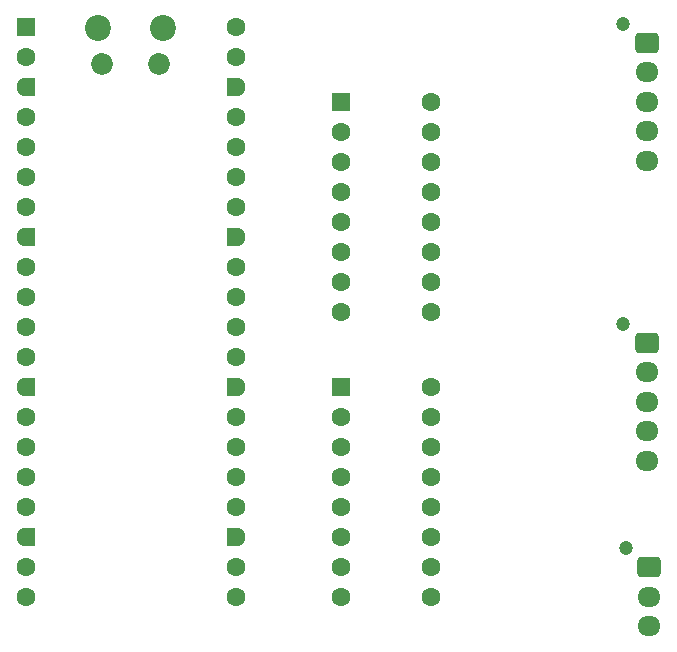
<source format=gbr>
%TF.GenerationSoftware,KiCad,Pcbnew,8.0.1*%
%TF.CreationDate,2024-07-19T13:11:38-07:00*%
%TF.ProjectId,MoonPhase,4d6f6f6e-5068-4617-9365-2e6b69636164,rev?*%
%TF.SameCoordinates,Original*%
%TF.FileFunction,Soldermask,Bot*%
%TF.FilePolarity,Negative*%
%FSLAX46Y46*%
G04 Gerber Fmt 4.6, Leading zero omitted, Abs format (unit mm)*
G04 Created by KiCad (PCBNEW 8.0.1) date 2024-07-19 13:11:38*
%MOMM*%
%LPD*%
G01*
G04 APERTURE LIST*
G04 Aperture macros list*
%AMRoundRect*
0 Rectangle with rounded corners*
0 $1 Rounding radius*
0 $2 $3 $4 $5 $6 $7 $8 $9 X,Y pos of 4 corners*
0 Add a 4 corners polygon primitive as box body*
4,1,4,$2,$3,$4,$5,$6,$7,$8,$9,$2,$3,0*
0 Add four circle primitives for the rounded corners*
1,1,$1+$1,$2,$3*
1,1,$1+$1,$4,$5*
1,1,$1+$1,$6,$7*
1,1,$1+$1,$8,$9*
0 Add four rect primitives between the rounded corners*
20,1,$1+$1,$2,$3,$4,$5,0*
20,1,$1+$1,$4,$5,$6,$7,0*
20,1,$1+$1,$6,$7,$8,$9,0*
20,1,$1+$1,$8,$9,$2,$3,0*%
%AMFreePoly0*
4,1,28,0.605014,0.794986,0.644504,0.794986,0.724698,0.756366,0.780194,0.686777,0.800000,0.600000,0.800000,-0.600000,0.780194,-0.686777,0.724698,-0.756366,0.644504,-0.794986,0.605014,-0.794986,0.600000,-0.800000,0.000000,-0.800000,-0.178017,-0.779942,-0.347107,-0.720775,-0.498792,-0.625465,-0.625465,-0.498792,-0.720775,-0.347107,-0.779942,-0.178017,-0.800000,0.000000,-0.779942,0.178017,
-0.720775,0.347107,-0.625465,0.498792,-0.498792,0.625465,-0.347107,0.720775,-0.178017,0.779942,0.000000,0.800000,0.600000,0.800000,0.605014,0.794986,0.605014,0.794986,$1*%
%AMFreePoly1*
4,1,28,0.178017,0.779942,0.347107,0.720775,0.498792,0.625465,0.625465,0.498792,0.720775,0.347107,0.779942,0.178017,0.800000,0.000000,0.779942,-0.178017,0.720775,-0.347107,0.625465,-0.498792,0.498792,-0.625465,0.347107,-0.720775,0.178017,-0.779942,0.000000,-0.800000,-0.600000,-0.800000,-0.605014,-0.794986,-0.644504,-0.794986,-0.724698,-0.756366,-0.780194,-0.686777,-0.800000,-0.600000,
-0.800000,0.600000,-0.780194,0.686777,-0.724698,0.756366,-0.644504,0.794986,-0.605014,0.794986,-0.600000,0.800000,0.000000,0.800000,0.178017,0.779942,0.178017,0.779942,$1*%
G04 Aperture macros list end*
%ADD10C,2.200000*%
%ADD11C,1.850000*%
%ADD12RoundRect,0.200000X-0.600000X-0.600000X0.600000X-0.600000X0.600000X0.600000X-0.600000X0.600000X0*%
%ADD13C,1.600000*%
%ADD14FreePoly0,0.000000*%
%ADD15FreePoly1,0.000000*%
%ADD16C,1.200000*%
%ADD17RoundRect,0.250000X-0.725000X0.600000X-0.725000X-0.600000X0.725000X-0.600000X0.725000X0.600000X0*%
%ADD18O,1.950000X1.700000*%
%ADD19R,1.600000X1.600000*%
G04 APERTURE END LIST*
D10*
%TO.C,U3*%
X130625000Y-63630000D03*
D11*
X130925000Y-66660000D03*
X135775000Y-66660000D03*
D10*
X136075000Y-63630000D03*
D12*
X124460000Y-63500000D03*
D13*
X124460000Y-66040000D03*
D14*
X124460000Y-68580000D03*
D13*
X124460000Y-71120000D03*
X124460000Y-73660000D03*
X124460000Y-76200000D03*
X124460000Y-78740000D03*
D14*
X124460000Y-81280000D03*
D13*
X124460000Y-83820000D03*
X124460000Y-86360000D03*
X124460000Y-88900000D03*
X124460000Y-91440000D03*
D14*
X124460000Y-93980000D03*
D13*
X124460000Y-96520000D03*
X124460000Y-99060000D03*
X124460000Y-101600000D03*
X124460000Y-104140000D03*
D14*
X124460000Y-106680000D03*
D13*
X124460000Y-109220000D03*
X124460000Y-111760000D03*
X142240000Y-111760000D03*
X142240000Y-109220000D03*
D15*
X142240000Y-106680000D03*
D13*
X142240000Y-104140000D03*
X142240000Y-101600000D03*
X142240000Y-99060000D03*
X142240000Y-96520000D03*
D15*
X142240000Y-93980000D03*
D13*
X142240000Y-91440000D03*
X142240000Y-88900000D03*
X142240000Y-86360000D03*
X142240000Y-83820000D03*
D15*
X142240000Y-81280000D03*
D13*
X142240000Y-78740000D03*
X142240000Y-76200000D03*
X142240000Y-73660000D03*
X142240000Y-71120000D03*
D15*
X142240000Y-68580000D03*
D13*
X142240000Y-66040000D03*
X142240000Y-63500000D03*
%TD*%
D16*
%TO.C,J3*%
X175055000Y-88650000D03*
D17*
X177055000Y-90250000D03*
D18*
X177055000Y-92750000D03*
X177055000Y-95250000D03*
X177055000Y-97750000D03*
X177055000Y-100250000D03*
%TD*%
D16*
%TO.C,J2*%
X175055000Y-63250000D03*
D17*
X177055000Y-64850000D03*
D18*
X177055000Y-67350000D03*
X177055000Y-69850000D03*
X177055000Y-72350000D03*
X177055000Y-74850000D03*
%TD*%
D19*
%TO.C,U2*%
X151130000Y-93980000D03*
D13*
X151130000Y-96520000D03*
X151130000Y-99060000D03*
X151130000Y-101600000D03*
X151130000Y-104140000D03*
X151130000Y-106680000D03*
X151130000Y-109220000D03*
X151130000Y-111760000D03*
X158750000Y-111760000D03*
X158750000Y-109220000D03*
X158750000Y-106680000D03*
X158750000Y-104140000D03*
X158750000Y-101600000D03*
X158750000Y-99060000D03*
X158750000Y-96520000D03*
X158750000Y-93980000D03*
%TD*%
D19*
%TO.C,U1*%
X151130000Y-69850000D03*
D13*
X151130000Y-72390000D03*
X151130000Y-74930000D03*
X151130000Y-77470000D03*
X151130000Y-80010000D03*
X151130000Y-82550000D03*
X151130000Y-85090000D03*
X151130000Y-87630000D03*
X158750000Y-87630000D03*
X158750000Y-85090000D03*
X158750000Y-82550000D03*
X158750000Y-80010000D03*
X158750000Y-77470000D03*
X158750000Y-74930000D03*
X158750000Y-72390000D03*
X158750000Y-69850000D03*
%TD*%
D16*
%TO.C,J1*%
X175260000Y-107660000D03*
D17*
X177260000Y-109260000D03*
D18*
X177260000Y-111760000D03*
X177260000Y-114260000D03*
%TD*%
M02*

</source>
